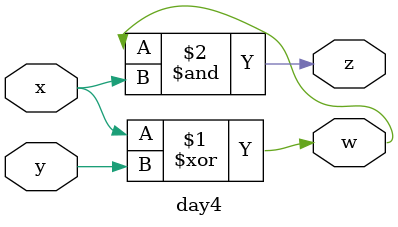
<source format=sv>
module day4(input x, input y, output z, output w);
  xor(w,x,y);
  and(z,w,x);
endmodule

</source>
